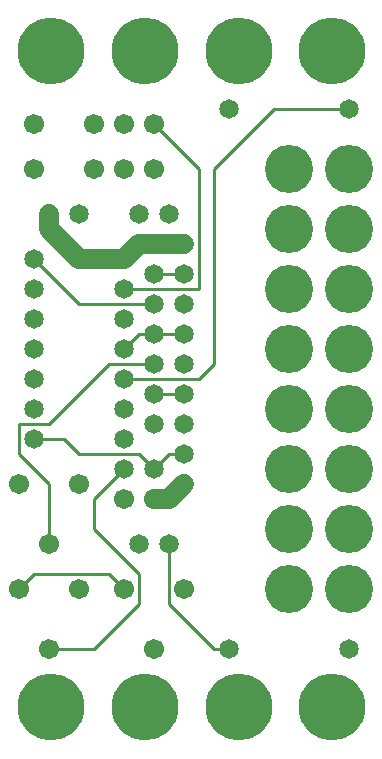
<source format=gbl>
%MOIN*%
%FSLAX25Y25*%
G04 D10 used for Character Trace; *
G04     Circle (OD=.01000) (No hole)*
G04 D11 used for Power Trace; *
G04     Circle (OD=.06700) (No hole)*
G04 D12 used for Signal Trace; *
G04     Circle (OD=.01100) (No hole)*
G04 D13 used for Via; *
G04     Circle (OD=.05800) (Round. Hole ID=.02800)*
G04 D14 used for Component hole; *
G04     Circle (OD=.06500) (Round. Hole ID=.03500)*
G04 D15 used for Component hole; *
G04     Circle (OD=.06700) (Round. Hole ID=.04300)*
G04 D16 used for Component hole; *
G04     Circle (OD=.08100) (Round. Hole ID=.05100)*
G04 D17 used for Component hole; *
G04     Circle (OD=.08900) (Round. Hole ID=.05900)*
G04 D18 used for Component hole; *
G04     Circle (OD=.11300) (Round. Hole ID=.08300)*
G04 D19 used for Component hole; *
G04     Circle (OD=.16000) (Round. Hole ID=.13000)*
G04 D20 used for Component hole; *
G04     Circle (OD=.18300) (Round. Hole ID=.15300)*
G04 D21 used for Component hole; *
G04     Circle (OD=.22291) (Round. Hole ID=.19291)*
%ADD10C,.01000*%
%ADD11C,.06700*%
%ADD12C,.01100*%
%ADD13C,.05800*%
%ADD14C,.06500*%
%ADD15C,.06700*%
%ADD16C,.08100*%
%ADD17C,.08900*%
%ADD18C,.11300*%
%ADD19C,.16000*%
%ADD20C,.18300*%
%ADD21C,.22291*%
%IPPOS*%
%LPD*%
G90*X0Y0D02*D21*X15625Y15625D03*D12*              
X15000Y35000D02*X30000D01*D15*X15000D03*D12*      
X30000D02*X45000Y50000D01*Y60000D01*              
X30000Y75000D01*Y85000D01*X40000Y95000D01*D14*D03*
D12*X50000D02*X45000Y100000D01*D14*               
X50000Y95000D03*D12*X55000Y100000D01*X60000D01*   
D14*D03*X50000Y110000D03*X60000D03*Y90000D03*D11* 
X55000Y85000D01*X50000D01*D15*D03*X40000D03*D14*  
X45000Y70000D03*D12*X25000Y100000D02*X45000D01*   
X25000D02*X20000Y105000D01*X10000D01*D14*D03*D12* 
X5000Y110000D02*X15000D01*X5000Y100000D02*        
Y110000D01*X15000Y90000D02*X5000Y100000D01*       
X15000Y70000D02*Y90000D01*D15*Y70000D03*D12*      
X5000Y55000D02*X10000Y60000D01*D15*X5000Y55000D03*
D12*X10000Y60000D02*X35000D01*X40000Y55000D01*D15*
D03*D14*X55000Y70000D03*D12*Y50000D01*            
X70000Y35000D01*X75000D01*D14*D03*D19*            
X95000Y55000D03*D21*X78125Y15625D03*D15*          
X60000Y55000D03*X50000Y35000D03*D21*              
X46875Y15625D03*X109375D03*D19*X115000Y75000D03*  
X95000D03*D14*X115000Y35000D03*D19*Y55000D03*D15* 
X25000D03*Y90000D03*D19*X115000Y95000D03*         
X95000D03*D15*X5000Y90000D03*D14*X40000Y105000D03*
D12*X15000Y110000D02*X35000Y130000D01*X50000D01*  
D14*D03*X60000Y120000D03*D12*X50000D01*D14*D03*   
X60000Y130000D03*X40000Y125000D03*D12*X65000D01*  
X70000Y130000D01*Y195000D01*X90000Y215000D01*     
X115000D01*D14*D03*D19*X95000Y195000D03*          
X115000D03*D21*X109375Y234375D03*X78125D03*D19*   
X95000Y175000D03*D14*X75000Y215000D03*D19*        
X115000Y175000D03*D12*X65000Y155000D02*Y195000D01*
X40000Y155000D02*X65000D01*D14*X40000D03*         
X50000Y150000D03*D12*X25000D01*X10000Y165000D01*  
D14*D03*D11*X25000D02*X15000Y175000D01*           
X25000Y165000D02*X40000D01*D14*D03*D11*           
X45000Y170000D01*X60000D01*D13*D03*D14*           
X50000Y160000D03*D12*X60000D01*D14*D03*Y150000D03*
D12*X40000Y135000D02*X45000Y140000D01*D14*        
X40000Y135000D03*D12*X45000Y140000D02*X50000D01*  
D14*D03*D12*X60000D01*D14*D03*X40000Y145000D03*   
Y115000D03*D19*X95000D03*Y135000D03*Y155000D03*   
D14*X55000Y180000D03*X45000D03*X25000D03*         
X15000D03*D11*Y175000D01*D15*X30000Y195000D03*D14*
X10000Y155000D03*D15*Y195000D03*X40000D03*D14*    
X10000Y145000D03*D15*X50000Y210000D03*D12*        
X65000Y195000D01*D15*X50000D03*X40000Y210000D03*  
X30000D03*D21*X46875Y234375D03*D19*               
X115000Y155000D03*D21*X15625Y234375D03*D15*       
X10000Y210000D03*D14*Y135000D03*D19*X115000D03*   
D14*X10000Y125000D03*Y115000D03*D19*X115000D03*   
M02*                                              

</source>
